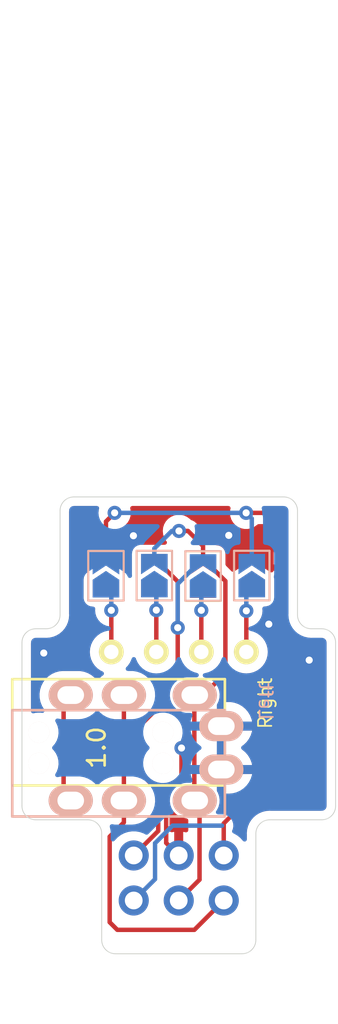
<source format=kicad_pcb>
(kicad_pcb (version 20211014) (generator pcbnew)
  (layers (0 "F.Cu" signal) (31 "B.Cu" signal) (34 "B.Paste" user) (35 "F.Paste" user) (36 "B.SilkS" user "B.Silkscreen") (37 "F.SilkS" user "F.Silkscreen") (38 "B.Mask" user) (39 "F.Mask" user) (44 "Edge.Cuts" user))
  (property "Revision" "1.0")
  (net 0 "")
  (net 1 "Net-(J4-Pad2)")
  (net 2 "unconnected-(J4-Pad3)")
  (net 3 "/SDA")
  (net 4 "/SCK")
  (net 5 "GND")
  (net 6 "VCC")
  (net 7 "unconnected-(J5-Pad4)")
  (net 8 "Net-(J6-Pad4)")
  (net 9 "Net-(J6-Pad3)")
  (net 10 "Net-(J6-Pad2)")
  (net 11 "Net-(J6-Pad1)")
  (footprint "TPS42-Serial-OLED-Shield:OLED" (layer "F.Cu") (at 77.561543 44.778457)
    (fp_text reference "J6" hide)
    (fp_text value "OLED" hide)
    (pad "1" thru_hole circle (at -3.81 0) (size 1.397 1.397) (drill 0.8128) (layers *.Cu *.Mask "F.SilkS") (net 11 "Net-(J6-Pad1)"))
    (pad "2" thru_hole circle (at -1.27 0) (size 1.397 1.397) (drill 0.8128) (layers *.Cu *.Mask "F.SilkS") (net 10 "Net-(J6-Pad2)"))
    (pad "3" thru_hole circle (at 1.27 0) (size 1.397 1.397) (drill 0.8128) (layers *.Cu *.Mask "F.SilkS") (net 9 "Net-(J6-Pad3)"))
    (pad "4" thru_hole circle (at 3.81 0) (size 1.397 1.397) (drill 0.8128) (layers *.Cu *.Mask "F.SilkS") (net 8 "Net-(J6-Pad4)"))
  )
  (footprint "Jumper:SolderJumper-2_P1.3mm_Open_TrianglePad1.0x1.5mm" (layer "F.Cu") (at 73.45 40.48 90)
    (fp_text reference "JP10" hide)
    (fp_text value "Jumper_2_Open" hide)
    (fp_line (start -1.4 -1) (end 1.4 -1) (layer "F.SilkS") (width 0.12))
    (fp_line (start 1.4 -1) (end 1.4 1) (layer "F.SilkS") (width 0.12))
    (fp_line (start -1.4 1) (end -1.4 -1) (layer "F.SilkS") (width 0.12))
    (fp_line (start 1.4 1) (end -1.4 1) (layer "F.SilkS") (width 0.12))
    (pad "1" smd custom locked (at -0.725 0 90) (size 0.3 0.3) (layers "F.Cu" "F.Mask") (net 11 "Net-(J6-Pad1)") (options (clearance outline) (anchor rect)) (primitives (gr_poly (pts (xy 1 0) (xy 0.5 0.75) (xy -0.5 0.75) (xy -0.5 -0.75) (xy 0.5 -0.75)) (width 0) (fill yes))))
    (pad "2" smd custom locked (at 0.725 0 90) (size 0.3 0.3) (layers "F.Cu" "F.Mask") (net 3 "/SDA") (options (clearance outline) (anchor rect)) (primitives (gr_poly (pts (xy 0.5 0.75) (xy -0.65 0.75) (xy -0.15 0) (xy -0.65 -0.75) (xy 0.5 -0.75)) (width 0) (fill yes))))
  )
  (footprint "Jumper:SolderJumper-2_P1.3mm_Open_TrianglePad1.0x1.5mm" (layer "F.Cu") (at 81.68 40.47 90)
    (fp_text reference "JP12" hide)
    (fp_text value "Jumper_2_Open" hide)
    (fp_line (start 1.4 1) (end -1.4 1) (layer "F.SilkS") (width 0.12))
    (fp_line (start 1.4 -1) (end 1.4 1) (layer "F.SilkS") (width 0.12))
    (fp_line (start -1.4 -1) (end 1.4 -1) (layer "F.SilkS") (width 0.12))
    (fp_line (start -1.4 1) (end -1.4 -1) (layer "F.SilkS") (width 0.12))
    (pad "1" smd custom locked (at -0.725 0 90) (size 0.3 0.3) (layers "F.Cu" "F.Mask") (net 8 "Net-(J6-Pad4)") (options (clearance outline) (anchor rect)) (primitives (gr_poly (pts (xy 1 0) (xy 0.5 0.75) (xy -0.5 0.75) (xy -0.5 -0.75) (xy 0.5 -0.75)) (width 0) (fill yes))))
    (pad "2" smd custom locked (at 0.725 0 90) (size 0.3 0.3) (layers "F.Cu" "F.Mask") (net 5 "GND") (options (clearance outline) (anchor rect)) (primitives (gr_poly (pts (xy 0.5 0.75) (xy -0.65 0.75) (xy -0.15 0) (xy -0.65 -0.75) (xy 0.5 -0.75)) (width 0) (fill yes))))
  )
  (footprint "Jumper:SolderJumper-2_P1.3mm_Open_TrianglePad1.0x1.5mm" (layer "F.Cu") (at 78.93 40.5 90)
    (fp_text reference "JP18" hide)
    (fp_text value "Jumper_2_Open" hide)
    (fp_line (start 1.4 1) (end -1.4 1) (layer "F.SilkS") (width 0.12))
    (fp_line (start -1.4 -1) (end 1.4 -1) (layer "F.SilkS") (width 0.12))
    (fp_line (start 1.4 -1) (end 1.4 1) (layer "F.SilkS") (width 0.12))
    (fp_line (start -1.4 1) (end -1.4 -1) (layer "F.SilkS") (width 0.12))
    (pad "1" smd custom locked (at -0.725 0 90) (size 0.3 0.3) (layers "F.Cu" "F.Mask") (net 9 "Net-(J6-Pad3)") (options (clearance outline) (anchor rect)) (primitives (gr_poly (pts (xy 1 0) (xy 0.5 0.75) (xy -0.5 0.75) (xy -0.5 -0.75) (xy 0.5 -0.75)) (width 0) (fill yes))))
    (pad "2" smd custom locked (at 0.725 0 90) (size 0.3 0.3) (layers "F.Cu" "F.Mask") (net 6 "VCC") (options (clearance outline) (anchor rect)) (primitives (gr_poly (pts (xy 0.5 0.75) (xy -0.65 0.75) (xy -0.15 0) (xy -0.65 -0.75) (xy 0.5 -0.75)) (width 0) (fill yes))))
  )
  (footprint "Jumper:SolderJumper-2_P1.3mm_Open_TrianglePad1.0x1.5mm" (layer "F.Cu") (at 76.18 40.47 90)
    (fp_text reference "JP16" hide)
    (fp_text value "Jumper_2_Open" hide)
    (fp_line (start -1.4 1) (end -1.4 -1) (layer "F.SilkS") (width 0.12))
    (fp_line (start 1.4 1) (end -1.4 1) (layer "F.SilkS") (width 0.12))
    (fp_line (start -1.4 -1) (end 1.4 -1) (layer "F.SilkS") (width 0.12))
    (fp_line (start 1.4 -1) (end 1.4 1) (layer "F.SilkS") (width 0.12))
    (pad "1" smd custom locked (at -0.725 0 90) (size 0.3 0.3) (layers "F.Cu" "F.Mask") (net 10 "Net-(J6-Pad2)") (options (clearance outline) (anchor rect)) (primitives (gr_poly (pts (xy 1 0) (xy 0.5 0.75) (xy -0.5 0.75) (xy -0.5 -0.75) (xy 0.5 -0.75)) (width 0) (fill yes))))
    (pad "2" smd custom locked (at 0.725 0 90) (size 0.3 0.3) (layers "F.Cu" "F.Mask") (net 4 "/SCK") (options (clearance outline) (anchor rect)) (primitives (gr_poly (pts (xy 0.5 0.75) (xy -0.65 0.75) (xy -0.15 0) (xy -0.65 -0.75) (xy 0.5 -0.75)) (width 0) (fill yes))))
  )
  (footprint "Jumper:SolderJumper-2_P1.3mm_Open_TrianglePad1.0x1.5mm" (layer "B.Cu") (at 76.18 40.47 90)
    (fp_text reference "JP15" hide)
    (fp_text value "Jumper_2_Open" hide)
    (fp_line (start 1.4 -1) (end -1.4 -1) (layer "B.SilkS") (width 0.12))
    (fp_line (start -1.4 -1) (end -1.4 1) (layer "B.SilkS") (width 0.12))
    (fp_line (start -1.4 1) (end 1.4 1) (layer "B.SilkS") (width 0.12))
    (fp_line (start 1.4 1) (end 1.4 -1) (layer "B.SilkS") (width 0.12))
    (pad "1" smd custom locked (at -0.725 0 90) (size 0.3 0.3) (layers "B.Cu" "B.Mask") (net 10 "Net-(J6-Pad2)") (options (clearance outline) (anchor rect)) (primitives (gr_poly (pts (xy 1 0) (xy 0.5 0.75) (xy -0.5 0.75) (xy -0.5 -0.75) (xy 0.5 -0.75)) (width 0) (fill yes))))
    (pad "2" smd custom locked (at 0.725 0 90) (size 0.3 0.3) (layers "B.Cu" "B.Mask") (net 6 "VCC") (options (clearance outline) (anchor rect)) (primitives (gr_poly (pts (xy 0.5 0.75) (xy -0.65 0.75) (xy -0.15 0) (xy -0.65 -0.75) (xy 0.5 -0.75)) (width 0) (fill yes))))
  )
  (footprint "TPS42-Serial-OLED-Shield:MJ-4PP-9-reversable" (layer "B.Cu") (at 68.161543 51.063457 -90)
    (fp_text reference "J4" hide)
    (fp_text value "PJ-320A" hide)
    (fp_line (start -3 -12) (end -3 0) (layer "B.SilkS") (width 0.15))
    (fp_line (start 3 -12) (end -3 -12) (layer "B.SilkS") (width 0.15))
    (fp_line (start 3 0) (end 3 -12) (layer "B.SilkS") (width 0.15))
    (fp_line (start -3 0) (end 3 0) (layer "B.SilkS") (width 0.15))
    (fp_line (start -4.75 -12) (end -4.75 0) (layer "F.SilkS") (width 0.15))
    (fp_line (start 1.25 -12) (end -4.75 -12) (layer "F.SilkS") (width 0.15))
    (fp_line (start 1.25 0) (end 1.25 -12) (layer "F.SilkS") (width 0.15))
    (fp_line (start -4.75 0) (end 1.25 0) (layer "F.SilkS") (width 0.15))
    (pad "" np_thru_hole circle (at 0 -1.5 270) (size 1.2 1.2) (drill 1.2) (layers *.Cu *.Mask "B.SilkS"))
    (pad "" np_thru_hole circle (at 0 -8.5 270) (size 1.2 1.2) (drill 1.2) (layers *.Cu *.Mask "B.SilkS"))
    (pad "" np_thru_hole circle (at -1.75 -8.5 270) (size 1.2 1.2) (drill 1.2) (layers *.Cu *.Mask "B.SilkS"))
    (pad "" np_thru_hole circle (at -1.75 -1.5 270) (size 1.2 1.2) (drill 1.2) (layers *.Cu *.Mask "B.SilkS"))
    (pad "1" thru_hole oval (at -3.85 -10.3 270) (size 1.7 2.5) (drill oval 1 1.5) (layers *.Cu *.Mask "B.SilkS") (net 6 "VCC") (clearance 0.15))
    (pad "1" thru_hole oval (at 2.1 -10.3 270) (size 1.7 2.5) (drill oval 1 1.5) (layers *.Cu *.Mask "B.SilkS") (net 6 "VCC") (clearance 0.15))
    (pad "2" thru_hole oval (at -3.85 -6.3 270) (size 1.7 2.5) (drill oval 1 1.5) (layers *.Cu *.Mask "B.SilkS") (net 1 "Net-(J4-Pad2)"))
    (pad "2" thru_hole oval (at 2.1 -6.3 270) (size 1.7 2.5) (drill oval 1 1.5) (layers *.Cu *.Mask "B.SilkS") (net 1 "Net-(J4-Pad2)"))
    (pad "3" thru_hole oval (at -3.85 -3.3 270) (size 1.7 2.5) (drill oval 1 1.5) (layers *.Cu *.Mask "B.SilkS") (net 2 "unconnected-(J4-Pad3)"))
    (pad "3" thru_hole oval (at 2.1 -3.3 270) (size 1.7 2.5) (drill oval 1 1.5) (layers *.Cu *.Mask "B.SilkS") (net 2 "unconnected-(J4-Pad3)"))
    (pad "4" thru_hole oval (at -2.1 -11.8 270) (size 1.7 2.5) (drill oval 1 1.5) (layers *.Cu *.Mask "B.SilkS") (net 5 "GND") (clearance 0.15))
    (pad "4" thru_hole oval (at 0.35 -11.8 270) (size 1.7 2.5) (drill oval 1 1.5) (layers *.Cu *.Mask "B.SilkS") (net 5 "GND") (clearance 0.15))
  )
  (footprint "Connector_PinHeader_2.54mm:PinHeader_2x03_P2.54mm_Vertical" (layer "B.Cu") (at 75.016543 56.263457 -90)
    (fp_text reference "J5" hide)
    (fp_text value "Conn_01x06" hide)
    (pad "1" thru_hole circle (at 0 0 270) (size 1.7 1.7) (drill 1) (layers *.Cu *.Mask) (net 4 "/SCK"))
    (pad "2" thru_hole oval (at 0 -2.54 270) (size 1.7 1.7) (drill 1) (layers *.Cu *.Mask) (net 5 "GND"))
    (pad "3" thru_hole circle (at 0 -5.08 270) (size 1.7 1.7) (drill 1) (layers *.Cu *.Mask) (net 3 "/SDA"))
    (pad "4" thru_hole oval (at 2.54 0 270) (size 1.7 1.7) (drill 1) (layers *.Cu *.Mask) (net 7 "unconnected-(J5-Pad4)"))
    (pad "5" thru_hole oval (at 2.54 -2.54 270) (size 1.7 1.7) (drill 1) (layers *.Cu *.Mask) (net 6 "VCC"))
    (pad "6" thru_hole oval (at 2.54 -5.08 270) (size 1.7 1.7) (drill 1) (layers *.Cu *.Mask) (net 1 "Net-(J4-Pad2)"))
  )
  (footprint "Jumper:SolderJumper-2_P1.3mm_Open_TrianglePad1.0x1.5mm" (layer "B.Cu") (at 73.45 40.48 90)
    (fp_text reference "JP9" hide)
    (fp_text value "Jumper_2_Open" hide)
    (fp_line (start 1.4 1) (end 1.4 -1) (layer "B.SilkS") (width 0.12))
    (fp_line (start -1.4 1) (end 1.4 1) (layer "B.SilkS") (width 0.12))
    (fp_line (start 1.4 -1) (end -1.4 -1) (layer "B.SilkS") (width 0.12))
    (fp_line (start -1.4 -1) (end -1.4 1) (layer "B.SilkS") (width 0.12))
    (pad "1" smd custom locked (at -0.725 0 90) (size 0.3 0.3) (layers "B.Cu" "B.Mask") (net 11 "Net-(J6-Pad1)") (options (clearance outline) (anchor rect)) (primitives (gr_poly (pts (xy 1 0) (xy 0.5 0.75) (xy -0.5 0.75) (xy -0.5 -0.75) (xy 0.5 -0.75)) (width 0) (fill yes))))
    (pad "2" smd custom locked (at 0.725 0 90) (size 0.3 0.3) (layers "B.Cu" "B.Mask") (net 5 "GND") (options (clearance outline) (anchor rect)) (primitives (gr_poly (pts (xy 0.5 0.75) (xy -0.65 0.75) (xy -0.15 0) (xy -0.65 -0.75) (xy 0.5 -0.75)) (width 0) (fill yes))))
  )
  (footprint "Jumper:SolderJumper-2_P1.3mm_Open_TrianglePad1.0x1.5mm" (layer "B.Cu") (at 81.68 40.47 90)
    (fp_text reference "JP11" hide)
    (fp_text value "Jumper_2_Open" hide)
    (fp_line (start -1.4 1) (end 1.4 1) (layer "B.SilkS") (width 0.12))
    (fp_line (start 1.4 1) (end 1.4 -1) (layer "B.SilkS") (width 0.12))
    (fp_line (start -1.4 -1) (end -1.4 1) (layer "B.SilkS") (width 0.12))
    (fp_line (start 1.4 -1) (end -1.4 -1) (layer "B.SilkS") (width 0.12))
    (pad "1" smd custom locked (at -0.725 0 90) (size 0.3 0.3) (layers "B.Cu" "B.Mask") (net 8 "Net-(J6-Pad4)") (options (clearance outline) (anchor rect)) (primitives (gr_poly (pts (xy 1 0) (xy 0.5 0.75) (xy -0.5 0.75) (xy -0.5 -0.75) (xy 0.5 -0.75)) (width 0) (fill yes))))
    (pad "2" smd custom locked (at 0.725 0 90) (size 0.3 0.3) (layers "B.Cu" "B.Mask") (net 3 "/SDA") (options (clearance outline) (anchor rect)) (primitives (gr_poly (pts (xy 0.5 0.75) (xy -0.65 0.75) (xy -0.15 0) (xy -0.65 -0.75) (xy 0.5 -0.75)) (width 0) (fill yes))))
  )
  (footprint "Jumper:SolderJumper-2_P1.3mm_Open_TrianglePad1.0x1.5mm" (layer "B.Cu") (at 78.93 40.49 90)
    (fp_text reference "JP17" hide)
    (fp_text value "Jumper_2_Open" hide)
    (fp_line (start 1.4 1) (end 1.4 -1) (layer "B.SilkS") (width 0.12))
    (fp_line (start -1.4 1) (end 1.4 1) (layer "B.SilkS") (width 0.12))
    (fp_line (start -1.4 -1) (end -1.4 1) (layer "B.SilkS") (width 0.12))
    (fp_line (start 1.4 -1) (end -1.4 -1) (layer "B.SilkS") (width 0.12))
    (pad "1" smd custom locked (at -0.725 0 90) (size 0.3 0.3) (layers "B.Cu" "B.Mask") (net 9 "Net-(J6-Pad3)") (options (clearance outline) (anchor rect)) (primitives (gr_poly (pts (xy 1 0) (xy 0.5 0.75) (xy -0.5 0.75) (xy -0.5 -0.75) (xy 0.5 -0.75)) (width 0) (fill yes))))
    (pad "2" smd custom locked (at 0.725 0 90) (size 0.3 0.3) (layers "B.Cu" "B.Mask") (net 4 "/SCK") (options (clearance outline) (anchor rect)) (primitives (gr_poly (pts (xy 0.5 0.75) (xy -0.65 0.75) (xy -0.15 0) (xy -0.65 -0.75) (xy 0.5 -0.75)) (width 0) (fill yes))))
  )
  (gr_arc (start 81.91 61.03) (mid 81.681543 61.581543) (end 81.13 61.81) (layer "Edge.Cuts") (width 0.05))
  (gr_line (start 69.49 54.25) (end 72.43 54.25) (layer "Edge.Cuts") (width 0.05))
  (gr_line (start 84.26 42.69) (end 84.259801 37.63) (layer "Edge.Cuts") (width 0.05))
  (gr_arc (start 70.86 36.81) (mid 71.088457 36.258457) (end 71.64 36.03) (layer "Edge.Cuts") (width 0.05))
  (gr_line (start 68.71 44.25) (end 68.71 53.47) (layer "Edge.Cuts") (width 0.05))
  (gr_arc (start 73.99 61.81) (mid 73.438457 61.581543) (end 73.21 61.03) (layer "Edge.Cuts") (width 0.05))
  (gr_arc (start 69.49 54.25) (mid 68.938457 54.021543) (end 68.71 53.47) (layer "Edge.Cuts") (width 0.05))
  (gr_arc (start 72.43 54.25) (mid 72.981543 54.478457) (end 73.21 55.03) (layer "Edge.Cuts") (width 0.05))
  (gr_arc (start 85.04 43.47) (mid 84.488457 43.241543) (end 84.26 42.69) (layer "Edge.Cuts") (width 0.05))
  (gr_arc (start 70.86 42.69) (mid 70.631543 43.241543) (end 70.08 43.47) (layer "Edge.Cuts") (width 0.05))
  (gr_arc (start 81.91 55.03) (mid 82.138457 54.478457) (end 82.69 54.25) (layer "Edge.Cuts") (width 0.05))
  (gr_arc (start 85.63 43.47) (mid 86.181543 43.698457) (end 86.41 44.25) (layer "Edge.Cuts") (width 0.05))
  (gr_arc (start 83.48 36.03) (mid 84.031543 36.258457) (end 84.26 36.81) (layer "Edge.Cuts") (width 0.05))
  (gr_arc (start 86.41 53.47) (mid 86.181543 54.021543) (end 85.63 54.25) (layer "Edge.Cuts") (width 0.05))
  (gr_line (start 85.04 43.47) (end 85.63 43.47) (layer "Edge.Cuts") (width 0.05))
  (gr_arc (start 68.71 44.25) (mid 68.938457 43.698457) (end 69.49 43.47) (layer "Edge.Cuts") (width 0.05))
  (gr_line (start 86.41 44.25) (end 86.41 53.47) (layer "Edge.Cuts") (width 0.05))
  (gr_line (start 82.69 54.25) (end 85.63 54.25) (layer "Edge.Cuts") (width 0.05))
  (gr_line (start 81.91 61.03) (end 81.91 55.03) (layer "Edge.Cuts") (width 0.05))
  (gr_line (start 70.86 42.69) (end 70.86 36.81) (layer "Edge.Cuts") (width 0.05))
  (gr_line (start 73.21 55.03) (end 73.21 61.03) (layer "Edge.Cuts") (width 0.05))
  (gr_line (start 84.259801 37.63) (end 84.26 36.81) (layer "Edge.Cuts") (width 0.05))
  (gr_line (start 69.49 43.47) (end 70.08 43.47) (layer "Edge.Cuts") (width 0.05))
  (gr_line (start 81.13 61.81) (end 73.99 61.81) (layer "Edge.Cuts") (width 0.05))
  (gr_line (start 71.64 36.03) (end 83.48 36.03) (layer "Edge.Cuts") (width 0.05))
  (gr_text "Left" (at 82.46 47.57 -90) (layer "B.SilkS") (effects (font (size 0.75 0.75) (thickness 0.1)) (justify mirror)))
  (gr_text "Right" (at 82.44 47.68 90) (layer "F.SilkS") (effects (font (size 0.75 0.75) (thickness 0.1))))
  (gr_text "${Revision}" (at 72.92 50.18 90) (layer "F.SilkS") (effects (font (size 1 1))))
  (segment (start 74.461543 53.163457) (end 74.461543 54.398457) (width 0.25) (layer "F.Cu") (net 1))
  (segment (start 73.66 55.2) (end 73.66 60.03) (width 0.25) (layer "F.Cu") (net 1))
  (segment (start 78.44 60.46) (end 80.096543 58.803457) (width 0.25) (layer "F.Cu") (net 1))
  (segment (start 74.09 60.46) (end 78.44 60.46) (width 0.25) (layer "F.Cu") (net 1))
  (segment (start 74.461543 47.213457) (end 74.461543 53.163457) (width 0.25) (layer "F.Cu") (net 1))
  (segment (start 74.461543 54.398457) (end 73.66 55.2) (width 0.25) (layer "F.Cu") (net 1))
  (segment (start 73.66 60.03) (end 74.09 60.46) (width 0.25) (layer "F.Cu") (net 1))
  (segment (start 71.06 52.761914) (end 71.461543 53.163457) (width 0.25) (layer "F.Cu") (net 2))
  (segment (start 71.461543 47.213457) (end 71.06 47.615) (width 0.25) (layer "F.Cu") (net 2))
  (segment (start 71.06 47.615) (end 71.06 52.761914) (width 0.25) (layer "F.Cu") (net 2))
  (segment (start 83.55 37.65) (end 82.83 36.93) (width 0.25) (layer "F.Cu") (net 3))
  (segment (start 83.55 51) (end 83.55 37.65) (width 0.25) (layer "F.Cu") (net 3))
  (segment (start 73.45 37.42) (end 73.94 36.93) (width 0.25) (layer "F.Cu") (net 3))
  (segment (start 80.096543 54.453457) (end 83.55 51) (width 0.25) (layer "F.Cu") (net 3))
  (segment (start 80.096543 56.263457) (end 80.096543 54.453457) (width 0.25) (layer "F.Cu") (net 3))
  (segment (start 73.45 39.755) (end 73.45 37.42) (width 0.25) (layer "F.Cu") (net 3))
  (segment (start 82.83 36.93) (end 81.36 36.93) (width 0.25) (layer "F.Cu") (net 3))
  (via (at 73.94 36.93) (size 0.8) (drill 0.4) (layers "F.Cu" "B.Cu") (net 3))
  (via (at 81.36 36.93) (size 0.8) (drill 0.4) (layers "F.Cu" "B.Cu") (net 3))
  (segment (start 73.94 36.93) (end 81.36 36.93) (width 0.25) (layer "B.Cu") (net 3))
  (segment (start 81.68 37.25) (end 81.68 39.745) (width 0.25) (layer "B.Cu") (net 3))
  (segment (start 81.36 36.93) (end 81.68 37.25) (width 0.25) (layer "B.Cu") (net 3))
  (segment (start 77.5 43.41) (end 77.5 40.80606) (width 0.25) (layer "F.Cu") (net 4))
  (segment (start 75.016543 56.263457) (end 76.4 54.88) (width 0.25) (layer "F.Cu") (net 4))
  (segment (start 76.54 46.44) (end 77.5 45.48) (width 0.25) (layer "F.Cu") (net 4))
  (segment (start 75.39 51.61) (end 75.39 48.92) (width 0.25) (layer "F.Cu") (net 4))
  (segment (start 77.5 40.80606) (end 76.43894 39.745) (width 0.25) (layer "F.Cu") (net 4))
  (segment (start 76.4 54.88) (end 76.4 52.62) (width 0.25) (layer "F.Cu") (net 4))
  (segment (start 76.4 52.62) (end 75.39 51.61) (width 0.25) (layer "F.Cu") (net 4))
  (segment (start 77.5 45.48) (end 77.5 43.41) (width 0.25) (layer "F.Cu") (net 4))
  (segment (start 75.39 48.92) (end 76.54 47.77) (width 0.25) (layer "F.Cu") (net 4))
  (segment (start 76.43894 39.745) (end 76.18 39.745) (width 0.25) (layer "F.Cu") (net 4))
  (segment (start 76.54 47.77) (end 76.54 46.44) (width 0.25) (layer "F.Cu") (net 4))
  (via (at 77.5 43.41) (size 0.8) (drill 0.4) (layers "F.Cu" "B.Cu") (net 4))
  (segment (start 78.93 39.765) (end 78.67106 39.765) (width 0.25) (layer "B.Cu") (net 4))
  (segment (start 77.5 40.93606) (end 77.5 43.41) (width 0.25) (layer "B.Cu") (net 4))
  (segment (start 78.67106 39.765) (end 77.5 40.93606) (width 0.25) (layer "B.Cu") (net 4))
  (segment (start 77.712523 50.2) (end 77.712523 51.757477) (width 0.25) (layer "F.Cu") (net 5))
  (segment (start 83.10048 40.19048) (end 82.655 39.745) (width 0.25) (layer "F.Cu") (net 5))
  (segment (start 82.64 43.21) (end 83.10048 42.74952) (width 0.25) (layer "F.Cu") (net 5))
  (segment (start 81.68 39.745) (end 81.68 39.5) (width 0.25) (layer "F.Cu") (net 5))
  (segment (start 82.655 39.745) (end 81.68 39.745) (width 0.25) (layer "F.Cu") (net 5))
  (segment (start 77.712523 51.757477) (end 76.84952 52.62048) (width 0.25) (layer "F.Cu") (net 5))
  (segment (start 83.10048 42.74952) (end 83.10048 40.19048) (width 0.25) (layer "F.Cu") (net 5))
  (segment (start 76.84952 55.556434) (end 77.556543 56.263457) (width 0.25) (layer "F.Cu") (net 5))
  (segment (start 81.68 39.5) (end 80.38 38.2) (width 0.25) (layer "F.Cu") (net 5))
  (segment (start 76.84952 52.62048) (end 76.84952 55.556434) (width 0.25) (layer "F.Cu") (net 5))
  (via (at 80.38 38.2) (size 0.8) (drill 0.4) (layers "F.Cu" "B.Cu") (net 5))
  (via (at 69.94 44.84) (size 0.8) (drill 0.4) (layers "F.Cu" "B.Cu") (net 5))
  (via (at 77.712523 50.2) (size 0.8) (drill 0.4) (layers "F.Cu" "B.Cu") (net 5))
  (via (at 84.92 45.24) (size 0.8) (drill 0.4) (layers "F.Cu" "B.Cu") (net 5))
  (via (at 82.64 43.21) (size 0.8) (drill 0.4) (layers "F.Cu" "B.Cu") (net 5))
  (via (at 75 38.22) (size 0.8) (drill 0.4) (layers "F.Cu" "B.Cu") (net 5))
  (segment (start 80.19 45.97) (end 80.19 40.77606) (width 0.25) (layer "F.Cu") (net 6))
  (segment (start 78.437023 53.138937) (end 78.461543 53.163457) (width 0.25) (layer "F.Cu") (net 6))
  (segment (start 80.19 40.77606) (end 79.18894 39.775) (width 0.25) (layer "F.Cu") (net 6))
  (segment (start 79.18894 39.775) (end 78.93 39.775) (width 0.25) (layer "F.Cu") (net 6))
  (segment (start 77.57 37.95) (end 78.08 37.95) (width 0.25) (layer "F.Cu") (net 6))
  (segment (start 78.731054 57.628946) (end 77.556543 58.803457) (width 0.25) (layer "F.Cu") (net 6))
  (segment (start 78.946543 47.213457) (end 80.19 45.97) (width 0.25) (layer "F.Cu") (net 6))
  (segment (start 78.731054 53.432968) (end 78.731054 57.628946) (width 0.25) (layer "F.Cu") (net 6))
  (segment (start 78.461543 47.213457) (end 78.437023 47.237977) (width 0.25) (layer "F.Cu") (net 6))
  (segment (start 78.461543 53.163457) (end 78.731054 53.432968) (width 0.25) (layer "F.Cu") (net 6))
  (segment (start 78.93 38.8) (end 78.93 39.775) (width 0.25) (layer "F.Cu") (net 6))
  (segment (start 78.461543 47.213457) (end 78.946543 47.213457) (width 0.25) (layer "F.Cu") (net 6))
  (segment (start 78.437023 47.237977) (end 78.437023 53.138937) (width 0.25) (layer "F.Cu") (net 6))
  (segment (start 78.08 37.95) (end 78.93 38.8) (width 0.25) (layer "F.Cu") (net 6))
  (via (at 77.57 37.95) (size 0.8) (drill 0.4) (layers "F.Cu" "B.Cu") (net 6))
  (segment (start 77.57 37.95) (end 77.17 37.95) (width 0.25) (layer "B.Cu") (net 6))
  (segment (start 76.18 38.94) (end 76.18 39.745) (width 0.25) (layer "B.Cu") (net 6))
  (segment (start 77.17 37.95) (end 76.18 38.94) (width 0.25) (layer "B.Cu") (net 6))
  (segment (start 76.22 55.57) (end 76.22 57.6) (width 0.25) (layer "B.Cu") (net 7))
  (segment (start 76.22 57.6) (end 75.016543 58.803457) (width 0.25) (layer "B.Cu") (net 7))
  (segment (start 77.21 54.58) (end 76.22 55.57) (width 0.25) (layer "B.Cu") (net 7))
  (segment (start 80 54.58) (end 77.21 54.58) (width 0.25) (layer "B.Cu") (net 7))
  (segment (start 81.371543 41.503457) (end 81.371543 42.458457) (width 0.25) (layer "F.Cu") (net 8))
  (segment (start 81.371543 42.458457) (end 81.371543 44.778457) (width 0.25) (layer "F.Cu") (net 8))
  (segment (start 81.68 41.195) (end 81.371543 41.503457) (width 0.25) (layer "F.Cu") (net 8))
  (via (at 81.371543 42.458457) (size 0.8) (drill 0.4) (layers "F.Cu" "B.Cu") (net 8))
  (segment (start 81.371543 41.503457) (end 81.68 41.195) (width 0.25) (layer "B.Cu") (net 8))
  (segment (start 81.371543 42.458457) (end 81.371543 41.503457) (width 0.25) (layer "B.Cu") (net 8))
  (segment (start 78.831543 42.428457) (end 78.831543 44.778457) (width 0.25) (layer "F.Cu") (net 9))
  (segment (start 78.93 41.225) (end 78.831543 41.323457) (width 0.25) (layer "F.Cu") (net 9))
  (segment (start 78.831543 41.323457) (end 78.831543 42.428457) (width 0.25) (layer "F.Cu") (net 9))
  (via (at 78.831543 42.428457) (size 0.8) (drill 0.4) (layers "F.Cu" "B.Cu") (net 9))
  (segment (start 78.831543 42.428457) (end 78.831543 41.313457) (width 0.25) (layer "B.Cu") (net 9))
  (segment (start 78.831543 41.313457) (end 78.93 41.215) (width 0.25) (layer "B.Cu") (net 9))
  (segment (start 76.291543 42.418457) (end 76.291543 44.778457) (width 0.25) (layer "F.Cu") (net 10))
  (segment (start 76.18 41.195) (end 76.291543 41.306543) (width 0.25) (layer "F.Cu") (net 10))
  (segment (start 76.291543 41.306543) (end 76.291543 42.418457) (width 0.25) (layer "F.Cu") (net 10))
  (via (at 76.291543 42.418457) (size 0.8) (drill 0.4) (layers "F.Cu" "B.Cu") (net 10))
  (segment (start 76.291543 41.306543) (end 76.18 41.195) (width 0.25) (layer "B.Cu") (net 10))
  (segment (start 76.291543 42.418457) (end 76.291543 41.306543) (width 0.25) (layer "B.Cu") (net 10))
  (segment (start 73.45 41.205) (end 73.751543 41.506543) (width 0.25) (layer "F.Cu") (net 11))
  (segment (start 73.751543 42.428457) (end 73.751543 44.778457) (width 0.25) (layer "F.Cu") (net 11))
  (segment (start 73.751543 41.506543) (end 73.751543 42.428457) (width 0.25) (layer "F.Cu") (net 11))
  (via (at 73.751543 42.428457) (size 0.8) (drill 0.4) (layers "F.Cu" "B.Cu") (net 11))
  (segment (start 73.751543 42.428457) (end 73.751543 41.506543) (width 0.25) (layer "B.Cu") (net 11))
  (segment (start 73.751543 41.506543) (end 73.45 41.205) (width 0.25) (layer "B.Cu") (net 11))
  (zone (net 5) (net_name "GND") (layers F&B.Cu) (connect_pads (clearance 0.508)) (min_thickness 0.254) (fill yes (thermal_gap 0.508) (thermal_bridge_width 0.508))
    (polygon (pts (xy 86.56 65.78) (xy 67.47 65.78) (xy 67.47 34.29) (xy 86.56 34.29)))
  )
)
</source>
